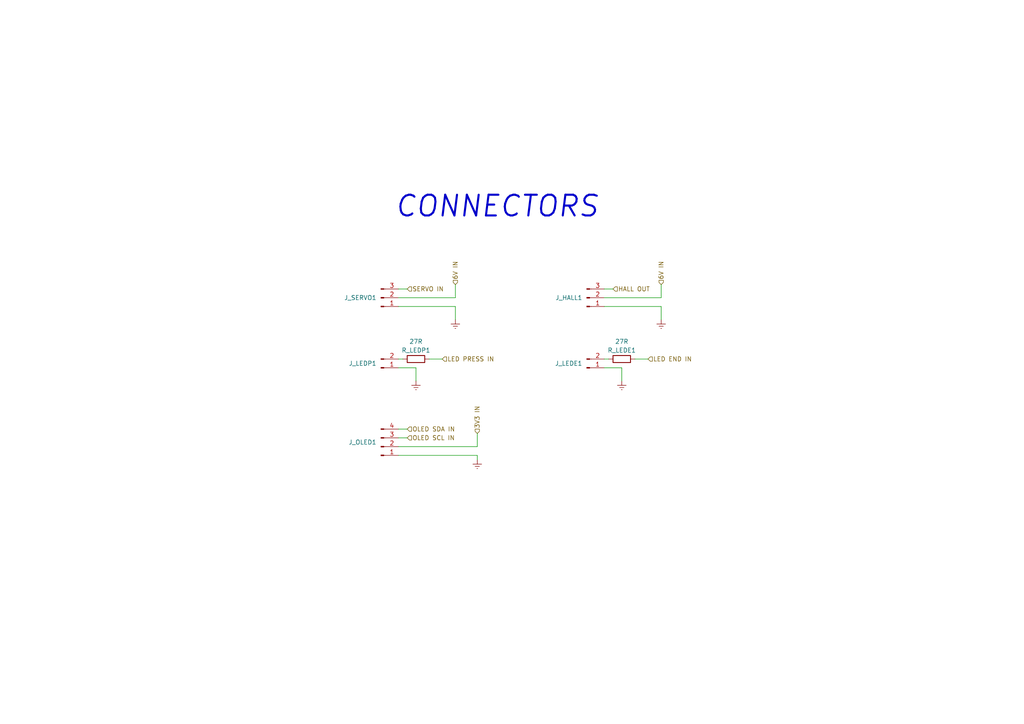
<source format=kicad_sch>
(kicad_sch (version 20211123) (generator eeschema)
  (paper "A4")
  (title_block (title "E-TKT") (date "2022-07-21") (rev "3") (company "Andrei Speridiao"))
  (lib_symbols
    (symbol "Connector:Conn_01x02_Male" (pin_names (offset 1.016) hide)
      (property "Reference" "J" (at 0 2.54 0))
      (property "Value" "Conn_01x02_Male" (at 0 -5.08 0))
      (symbol "Conn_01x02_Male_1_1"
        (polyline (pts (xy 1.27 -2.54) (xy 0.8636 -2.54)) (stroke (width 0.1524)))
        (polyline (pts (xy 1.27 0) (xy 0.8636 0)) (stroke (width 0.1524)))
        (rectangle (start 0.8636 -2.413) (end 0 -2.667) (stroke (width 0.1524)) (fill (type outline)))
        (rectangle (start 0.8636 0.127) (end 0 -0.127) (stroke (width 0.1524)) (fill (type outline)))
        (pin passive line (at 5.08 0 180) (length 3.81) (name "Pin_1") (number "1"))
        (pin passive line (at 5.08 -2.54 180) (length 3.81) (name "Pin_2") (number "2"))
      )
    )
    (symbol "Connector:Conn_01x03_Male" (pin_names (offset 1.016) hide)
      (property "Reference" "J" (at 0 5.08 0))
      (property "Value" "Conn_01x03_Male" (at 0 -5.08 0))
      (symbol "Conn_01x03_Male_1_1"
        (polyline (pts (xy 1.27 -2.54) (xy 0.8636 -2.54)) (stroke (width 0.1524)))
        (polyline (pts (xy 1.27 0) (xy 0.8636 0)) (stroke (width 0.1524)))
        (polyline (pts (xy 1.27 2.54) (xy 0.8636 2.54)) (stroke (width 0.1524)))
        (rectangle (start 0.8636 -2.413) (end 0 -2.667) (stroke (width 0.1524)) (fill (type outline)))
        (rectangle (start 0.8636 0.127) (end 0 -0.127) (stroke (width 0.1524)) (fill (type outline)))
        (rectangle (start 0.8636 2.667) (end 0 2.413) (stroke (width 0.1524)) (fill (type outline)))
        (pin passive line (at 5.08 2.54 180) (length 3.81) (name "Pin_1") (number "1"))
        (pin passive line (at 5.08 0 180) (length 3.81) (name "Pin_2") (number "2"))
        (pin passive line (at 5.08 -2.54 180) (length 3.81) (name "Pin_3") (number "3"))
      )
    )
    (symbol "Connector:Conn_01x04_Male" (pin_names (offset 1.016) hide)
      (property "Reference" "J" (at 0 5.08 0))
      (property "Value" "Conn_01x04_Male" (at 0 -7.62 0))
      (symbol "Conn_01x04_Male_1_1"
        (polyline (pts (xy 1.27 -5.08) (xy 0.8636 -5.08)) (stroke (width 0.1524)))
        (polyline (pts (xy 1.27 -2.54) (xy 0.8636 -2.54)) (stroke (width 0.1524)))
        (polyline (pts (xy 1.27 0) (xy 0.8636 0)) (stroke (width 0.1524)))
        (polyline (pts (xy 1.27 2.54) (xy 0.8636 2.54)) (stroke (width 0.1524)))
        (rectangle (start 0.8636 -4.953) (end 0 -5.207) (stroke (width 0.1524)) (fill (type outline)))
        (rectangle (start 0.8636 -2.413) (end 0 -2.667) (stroke (width 0.1524)) (fill (type outline)))
        (rectangle (start 0.8636 0.127) (end 0 -0.127) (stroke (width 0.1524)) (fill (type outline)))
        (rectangle (start 0.8636 2.667) (end 0 2.413) (stroke (width 0.1524)) (fill (type outline)))
        (pin passive line (at 5.08 2.54 180) (length 3.81) (name "Pin_1") (number "1"))
        (pin passive line (at 5.08 0 180) (length 3.81) (name "Pin_2") (number "2"))
        (pin passive line (at 5.08 -2.54 180) (length 3.81) (name "Pin_3") (number "3"))
        (pin passive line (at 5.08 -5.08 180) (length 3.81) (name "Pin_4") (number "4"))
      )
    )
    (symbol "Device:R" (pin_numbers hide) (pin_names (offset 0))
      (property "Reference" "R" (at 2.032 0 90))
      (property "Value" "R" (at 0 0 90))
      (symbol "R_0_1"
        (rectangle (start -1.016 -2.54) (end 1.016 2.54) (stroke (width 0.254)))
      )
      (symbol "R_1_1"
        (pin passive line (at 0 3.81 270) (length 1.27) (name "~") (number "1"))
        (pin passive line (at 0 -3.81 90) (length 1.27) (name "~") (number "2"))
      )
    )
    (symbol "power:GNDREF" (power) (pin_names (offset 0))
      (property "Value" "GNDREF" (at 0 -3.81 0))
      (symbol "GNDREF_0_1"
        (polyline (pts (xy -0.635 -1.905) (xy 0.635 -1.905)))
        (polyline (pts (xy -0.127 -2.54) (xy 0.127 -2.54)))
        (polyline (pts (xy 0 -1.27) (xy 0 0)))
        (polyline (pts (xy 1.27 -1.27) (xy -1.27 -1.27)))
      )
      (symbol "GNDREF_1_1"
        (pin power_in line (at 0 0 270) (length 0) hide (name "GNDREF") (number "1"))
      )
    )
  )
  (wire (pts (xy 138.43 129.54) (xy 138.43 125.73)))
  (wire (pts (xy 176.53 104.14) (xy 175.26 104.14)))
  (wire (pts (xy 191.77 88.9) (xy 191.77 92.71)))
  (wire (pts (xy 180.34 106.68) (xy 180.34 110.49)))
  (wire (pts (xy 120.65 106.68) (xy 120.65 110.49)))
  (wire (pts (xy 132.08 86.36) (xy 132.08 82.55)))
  (wire (pts (xy 115.57 132.08) (xy 138.43 132.08)))
  (wire (pts (xy 138.43 132.08) (xy 138.43 133.35)))
  (wire (pts (xy 118.11 124.46) (xy 115.57 124.46)))
  (wire (pts (xy 191.77 86.36) (xy 191.77 82.55)))
  (wire (pts (xy 115.57 88.9) (xy 132.08 88.9)))
  (wire (pts (xy 115.57 86.36) (xy 132.08 86.36)))
  (wire (pts (xy 175.26 88.9) (xy 191.77 88.9)))
  (wire (pts (xy 115.57 106.68) (xy 120.65 106.68)))
  (wire (pts (xy 118.11 83.82) (xy 115.57 83.82)))
  (wire (pts (xy 187.96 104.14) (xy 184.15 104.14)))
  (wire (pts (xy 177.8 83.82) (xy 175.26 83.82)))
  (wire (pts (xy 115.57 129.54) (xy 138.43 129.54)))
  (wire (pts (xy 132.08 88.9) (xy 132.08 92.71)))
  (wire (pts (xy 118.11 127) (xy 115.57 127)))
  (wire (pts (xy 128.27 104.14) (xy 124.46 104.14)))
  (wire (pts (xy 116.84 104.14) (xy 115.57 104.14)))
  (wire (pts (xy 175.26 86.36) (xy 191.77 86.36)))
  (wire (pts (xy 175.26 106.68) (xy 180.34 106.68)))
  (text "CONNECTORS" (at 114.3 63.5 0) (effects (font (size 6 6) (thickness 0.6) bold italic) (justify left bottom)))
  (hierarchical_label "SERVO IN" (shape input) (at 118.11 83.82 0))
  (hierarchical_label "OLED SCL IN" (shape input) (at 118.11 127 0))
  (hierarchical_label "HALL OUT" (shape input) (at 177.8 83.82 0))
  (hierarchical_label "6V IN" (shape input) (at 132.08 82.55 90))
  (hierarchical_label "LED PRESS IN" (shape input) (at 128.27 104.14 0))
  (hierarchical_label "3V3 IN" (shape input) (at 138.43 125.73 90))
  (hierarchical_label "6V IN" (shape input) (at 191.77 82.55 90))
  (hierarchical_label "LED END IN" (shape input) (at 187.96 104.14 0))
  (hierarchical_label "OLED SDA IN" (shape input) (at 118.11 124.46 0))
  (symbol (lib_id "power:GNDREF") (at 120.65 110.49 0) (unit 1)
    (property "Reference" "#PWR0147" (effects hide))
    (property "Value" "GNDREF" (effects hide))
  )
  (symbol (lib_id "Connector:Conn_01x03_Male") (at 170.18 86.36 0) (mirror x) (unit 1)
    (property "Reference" "J_HALL1" (at 168.91 86.3599 0) (effects (justify right)))
    (property "Value" "Conn_01x03_Female" (effects hide))
    (property "Footprint" "Connector_PinSocket_2.54mm:PinSocket_1x03_P2.54mm_Vertical" (effects hide))
    (property "Datasheet" "https://br.mouser.com/datasheet/2/181/M20-782-1220556.pdf" (effects hide))
    (property "#" "M20-7820346" (effects hide))
    (property "Description" "Header" (effects hide))
    (property "Group" "Hall" (effects hide))
    (property "Mouser" "OK" (effects hide))
  )
  (symbol (lib_id "Connector:Conn_01x03_Male") (at 110.49 86.36 0) (mirror x) (unit 1)
    (property "Reference" "J_SERVO1" (at 109.22 86.3599 0) (effects (justify right)))
    (property "Value" "Conn_01x03_Male" (effects hide))
    (property "Footprint" "Connector_PinHeader_2.54mm:PinHeader_1x03_P2.54mm_Vertical" (effects hide))
    (property "Datasheet" "https://br.mouser.com/datasheet/2/181/M20-999-1218971.pdf" (effects hide))
    (property "#" "M20-9990346" (effects hide))
    (property "Description" "Header" (effects hide))
    (property "Group" "Servo" (effects hide))
    (property "Mouser" "OK" (effects hide))
  )
  (symbol (lib_id "Device:R") (at 120.65 104.14 270) (unit 1)
    (property "Reference" "R_LEDP1" (at 120.65 101.6 90))
    (property "Value" "27R" (at 120.65 99.06 90))
    (property "Footprint" "Resistor_SMD:R_0603_1608Metric_Pad0.98x0.95mm_HandSolder" (effects hide))
    (property "Datasheet" "https://br.mouser.com/datasheet/2/54/Bourns_CMP_Datasheet_05.28.20-1854233.pdf" (effects hide))
    (property "#" "CMP0603-FX-27R0ELF" (effects hide))
    (property "Description" "LED series resistor" (effects hide))
    (property "Group" "LED press" (effects hide))
    (property "Obs" "wes" (effects hide))
    (property "Mouser" "OK" (effects hide))
  )
  (symbol (lib_id "Device:R") (at 180.34 104.14 270) (unit 1)
    (property "Reference" "R_LEDE1" (at 180.34 101.6 90))
    (property "Value" "27R" (at 180.34 99.06 90))
    (property "Footprint" "Resistor_SMD:R_0603_1608Metric_Pad0.98x0.95mm_HandSolder" (effects hide))
    (property "Datasheet" "https://br.mouser.com/datasheet/2/54/Bourns_CMP_Datasheet_05.28.20-1854233.pdf" (effects hide))
    (property "#" "CMP0603-FX-27R0ELF" (effects hide))
    (property "Description" "LED series resistor" (effects hide))
    (property "Group" "LED end" (effects hide))
    (property "Obs" "wes" (effects hide))
    (property "Mouser" "OK" (effects hide))
  )
  (symbol (lib_id "power:GNDREF") (at 191.77 92.71 0) (unit 1)
    (property "Reference" "#PWR0145" (effects hide))
    (property "Value" "GNDREF" (effects hide))
  )
  (symbol (lib_id "Connector:Conn_01x02_Male") (at 170.18 106.68 0) (mirror x) (unit 1)
    (property "Reference" "J_LEDE1" (at 168.91 105.4099 0) (effects (justify right)))
    (property "Value" "Conn_01x02_Male" (effects hide))
    (property "Footprint" "Connector_PinHeader_2.54mm:PinHeader_1x02_P2.54mm_Vertical" (effects hide))
    (property "Datasheet" "https://br.mouser.com/datasheet/2/181/M20-999-1218971.pdf" (effects hide))
    (property "#" "M20-9990245" (effects hide))
    (property "Description" "Header" (effects hide))
    (property "Group" "LED end" (effects hide))
    (property "Mouser" "OK" (effects hide))
  )
  (symbol (lib_id "Connector:Conn_01x02_Male") (at 110.49 106.68 0) (mirror x) (unit 1)
    (property "Reference" "J_LEDP1" (at 109.22 105.4099 0) (effects (justify right)))
    (property "Value" "Conn_01x02_Male" (effects hide))
    (property "Footprint" "Connector_PinHeader_2.54mm:PinHeader_1x02_P2.54mm_Vertical" (effects hide))
    (property "Datasheet" "https://br.mouser.com/datasheet/2/181/M20-999-1218971.pdf" (effects hide))
    (property "#" "M20-9990245" (effects hide))
    (property "Description" "Header" (effects hide))
    (property "Group" "LED press" (effects hide))
    (property "Mouser" "OK" (effects hide))
  )
  (symbol (lib_id "power:GNDREF") (at 180.34 110.49 0) (unit 1)
    (property "Reference" "#PWR0148" (effects hide))
    (property "Value" "GNDREF" (effects hide))
  )
  (symbol (lib_id "power:GNDREF") (at 138.43 133.35 0) (unit 1)
    (property "Reference" "#PWR0141" (effects hide))
    (property "Value" "GNDREF" (effects hide))
  )
  (symbol (lib_id "power:GNDREF") (at 132.08 92.71 0) (unit 1)
    (property "Reference" "#PWR0144" (effects hide))
    (property "Value" "GNDREF" (effects hide))
  )
  (symbol (lib_id "Connector:Conn_01x04_Male") (at 110.49 129.54 0) (mirror x) (unit 1)
    (property "Reference" "J_OLED1" (at 109.22 128.2699 0) (effects (justify right)))
    (property "Value" "Conn_01x04_Male" (effects hide))
    (property "Footprint" "Connector_PinHeader_2.54mm:PinHeader_1x04_P2.54mm_Vertical" (effects hide))
    (property "Datasheet" "https://br.mouser.com/datasheet/2/181/M20-977-1220590.pdf" (effects hide))
    (property "#" "M20-9770446" (effects hide))
    (property "Description" "Header" (effects hide))
    (property "Group" "OLED display" (effects hide))
    (property "Mouser" "OK" (effects hide))
  )
)
</source>
